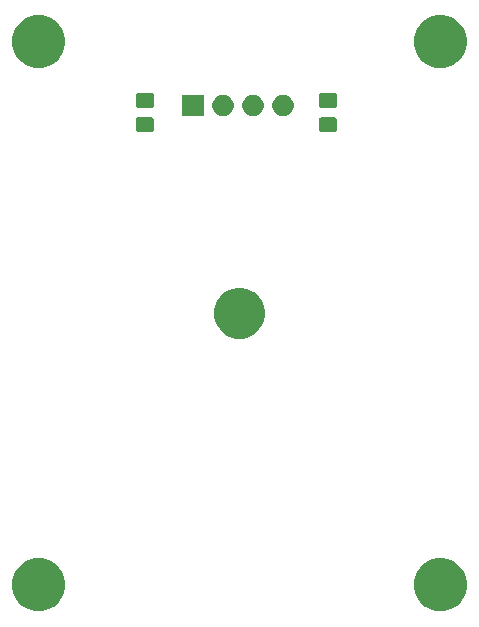
<source format=gbr>
G04 #@! TF.GenerationSoftware,KiCad,Pcbnew,(5.1.5)-3*
G04 #@! TF.CreationDate,2020-10-16T21:55:23+02:00*
G04 #@! TF.ProjectId,_Level,b54c6576-656c-42e6-9b69-6361645f7063,rev?*
G04 #@! TF.SameCoordinates,Original*
G04 #@! TF.FileFunction,Soldermask,Top*
G04 #@! TF.FilePolarity,Negative*
%FSLAX46Y46*%
G04 Gerber Fmt 4.6, Leading zero omitted, Abs format (unit mm)*
G04 Created by KiCad (PCBNEW (5.1.5)-3) date 2020-10-16 21:55:23*
%MOMM*%
%LPD*%
G04 APERTURE LIST*
%ADD10C,0.100000*%
G04 APERTURE END LIST*
D10*
G36*
X138275880Y-110759776D02*
G01*
X138656593Y-110835504D01*
X139066249Y-111005189D01*
X139434929Y-111251534D01*
X139748466Y-111565071D01*
X139994811Y-111933751D01*
X140164496Y-112343407D01*
X140251000Y-112778296D01*
X140251000Y-113221704D01*
X140164496Y-113656593D01*
X139994811Y-114066249D01*
X139748466Y-114434929D01*
X139434929Y-114748466D01*
X139066249Y-114994811D01*
X138656593Y-115164496D01*
X138275880Y-115240224D01*
X138221705Y-115251000D01*
X137778295Y-115251000D01*
X137724120Y-115240224D01*
X137343407Y-115164496D01*
X136933751Y-114994811D01*
X136565071Y-114748466D01*
X136251534Y-114434929D01*
X136005189Y-114066249D01*
X135835504Y-113656593D01*
X135749000Y-113221704D01*
X135749000Y-112778296D01*
X135835504Y-112343407D01*
X136005189Y-111933751D01*
X136251534Y-111565071D01*
X136565071Y-111251534D01*
X136933751Y-111005189D01*
X137343407Y-110835504D01*
X137724120Y-110759776D01*
X137778295Y-110749000D01*
X138221705Y-110749000D01*
X138275880Y-110759776D01*
G37*
G36*
X172275880Y-110759776D02*
G01*
X172656593Y-110835504D01*
X173066249Y-111005189D01*
X173434929Y-111251534D01*
X173748466Y-111565071D01*
X173994811Y-111933751D01*
X174164496Y-112343407D01*
X174251000Y-112778296D01*
X174251000Y-113221704D01*
X174164496Y-113656593D01*
X173994811Y-114066249D01*
X173748466Y-114434929D01*
X173434929Y-114748466D01*
X173066249Y-114994811D01*
X172656593Y-115164496D01*
X172275880Y-115240224D01*
X172221705Y-115251000D01*
X171778295Y-115251000D01*
X171724120Y-115240224D01*
X171343407Y-115164496D01*
X170933751Y-114994811D01*
X170565071Y-114748466D01*
X170251534Y-114434929D01*
X170005189Y-114066249D01*
X169835504Y-113656593D01*
X169749000Y-113221704D01*
X169749000Y-112778296D01*
X169835504Y-112343407D01*
X170005189Y-111933751D01*
X170251534Y-111565071D01*
X170565071Y-111251534D01*
X170933751Y-111005189D01*
X171343407Y-110835504D01*
X171724120Y-110759776D01*
X171778295Y-110749000D01*
X172221705Y-110749000D01*
X172275880Y-110759776D01*
G37*
G36*
X155627423Y-87931661D02*
G01*
X156018879Y-88093807D01*
X156018881Y-88093808D01*
X156371183Y-88329209D01*
X156670791Y-88628817D01*
X156906192Y-88981119D01*
X156906193Y-88981121D01*
X157068339Y-89372577D01*
X157151000Y-89788144D01*
X157151000Y-90211856D01*
X157068339Y-90627423D01*
X156906193Y-91018879D01*
X156906192Y-91018881D01*
X156670791Y-91371183D01*
X156371183Y-91670791D01*
X156018881Y-91906192D01*
X156018880Y-91906193D01*
X156018879Y-91906193D01*
X155627423Y-92068339D01*
X155211856Y-92151000D01*
X154788144Y-92151000D01*
X154372577Y-92068339D01*
X153981121Y-91906193D01*
X153981120Y-91906193D01*
X153981119Y-91906192D01*
X153628817Y-91670791D01*
X153329209Y-91371183D01*
X153093808Y-91018881D01*
X153093807Y-91018879D01*
X152931661Y-90627423D01*
X152849000Y-90211856D01*
X152849000Y-89788144D01*
X152931661Y-89372577D01*
X153093807Y-88981121D01*
X153093808Y-88981119D01*
X153329209Y-88628817D01*
X153628817Y-88329209D01*
X153981119Y-88093808D01*
X153981121Y-88093807D01*
X154372577Y-87931661D01*
X154788144Y-87849000D01*
X155211856Y-87849000D01*
X155627423Y-87931661D01*
G37*
G36*
X147588674Y-73403465D02*
G01*
X147626367Y-73414899D01*
X147661103Y-73433466D01*
X147691548Y-73458452D01*
X147716534Y-73488897D01*
X147735101Y-73523633D01*
X147746535Y-73561326D01*
X147751000Y-73606661D01*
X147751000Y-74443339D01*
X147746535Y-74488674D01*
X147735101Y-74526367D01*
X147716534Y-74561103D01*
X147691548Y-74591548D01*
X147661103Y-74616534D01*
X147626367Y-74635101D01*
X147588674Y-74646535D01*
X147543339Y-74651000D01*
X146456661Y-74651000D01*
X146411326Y-74646535D01*
X146373633Y-74635101D01*
X146338897Y-74616534D01*
X146308452Y-74591548D01*
X146283466Y-74561103D01*
X146264899Y-74526367D01*
X146253465Y-74488674D01*
X146249000Y-74443339D01*
X146249000Y-73606661D01*
X146253465Y-73561326D01*
X146264899Y-73523633D01*
X146283466Y-73488897D01*
X146308452Y-73458452D01*
X146338897Y-73433466D01*
X146373633Y-73414899D01*
X146411326Y-73403465D01*
X146456661Y-73399000D01*
X147543339Y-73399000D01*
X147588674Y-73403465D01*
G37*
G36*
X163088674Y-73403465D02*
G01*
X163126367Y-73414899D01*
X163161103Y-73433466D01*
X163191548Y-73458452D01*
X163216534Y-73488897D01*
X163235101Y-73523633D01*
X163246535Y-73561326D01*
X163251000Y-73606661D01*
X163251000Y-74443339D01*
X163246535Y-74488674D01*
X163235101Y-74526367D01*
X163216534Y-74561103D01*
X163191548Y-74591548D01*
X163161103Y-74616534D01*
X163126367Y-74635101D01*
X163088674Y-74646535D01*
X163043339Y-74651000D01*
X161956661Y-74651000D01*
X161911326Y-74646535D01*
X161873633Y-74635101D01*
X161838897Y-74616534D01*
X161808452Y-74591548D01*
X161783466Y-74561103D01*
X161764899Y-74526367D01*
X161753465Y-74488674D01*
X161749000Y-74443339D01*
X161749000Y-73606661D01*
X161753465Y-73561326D01*
X161764899Y-73523633D01*
X161783466Y-73488897D01*
X161808452Y-73458452D01*
X161838897Y-73433466D01*
X161873633Y-73414899D01*
X161911326Y-73403465D01*
X161956661Y-73399000D01*
X163043339Y-73399000D01*
X163088674Y-73403465D01*
G37*
G36*
X151971000Y-73311000D02*
G01*
X150169000Y-73311000D01*
X150169000Y-71509000D01*
X151971000Y-71509000D01*
X151971000Y-73311000D01*
G37*
G36*
X153710435Y-71511326D02*
G01*
X153872812Y-71543624D01*
X154036784Y-71611544D01*
X154184354Y-71710147D01*
X154309853Y-71835646D01*
X154408456Y-71983216D01*
X154476376Y-72147188D01*
X154511000Y-72321259D01*
X154511000Y-72498741D01*
X154476376Y-72672812D01*
X154408456Y-72836784D01*
X154309853Y-72984354D01*
X154184354Y-73109853D01*
X154036784Y-73208456D01*
X153872812Y-73276376D01*
X153723512Y-73306073D01*
X153698742Y-73311000D01*
X153521258Y-73311000D01*
X153496488Y-73306073D01*
X153347188Y-73276376D01*
X153183216Y-73208456D01*
X153035646Y-73109853D01*
X152910147Y-72984354D01*
X152811544Y-72836784D01*
X152743624Y-72672812D01*
X152709000Y-72498741D01*
X152709000Y-72321259D01*
X152743624Y-72147188D01*
X152811544Y-71983216D01*
X152910147Y-71835646D01*
X153035646Y-71710147D01*
X153183216Y-71611544D01*
X153347188Y-71543624D01*
X153509565Y-71511326D01*
X153521258Y-71509000D01*
X153698742Y-71509000D01*
X153710435Y-71511326D01*
G37*
G36*
X156250435Y-71511326D02*
G01*
X156412812Y-71543624D01*
X156576784Y-71611544D01*
X156724354Y-71710147D01*
X156849853Y-71835646D01*
X156948456Y-71983216D01*
X157016376Y-72147188D01*
X157051000Y-72321259D01*
X157051000Y-72498741D01*
X157016376Y-72672812D01*
X156948456Y-72836784D01*
X156849853Y-72984354D01*
X156724354Y-73109853D01*
X156576784Y-73208456D01*
X156412812Y-73276376D01*
X156263512Y-73306073D01*
X156238742Y-73311000D01*
X156061258Y-73311000D01*
X156036488Y-73306073D01*
X155887188Y-73276376D01*
X155723216Y-73208456D01*
X155575646Y-73109853D01*
X155450147Y-72984354D01*
X155351544Y-72836784D01*
X155283624Y-72672812D01*
X155249000Y-72498741D01*
X155249000Y-72321259D01*
X155283624Y-72147188D01*
X155351544Y-71983216D01*
X155450147Y-71835646D01*
X155575646Y-71710147D01*
X155723216Y-71611544D01*
X155887188Y-71543624D01*
X156049565Y-71511326D01*
X156061258Y-71509000D01*
X156238742Y-71509000D01*
X156250435Y-71511326D01*
G37*
G36*
X158790435Y-71511326D02*
G01*
X158952812Y-71543624D01*
X159116784Y-71611544D01*
X159264354Y-71710147D01*
X159389853Y-71835646D01*
X159488456Y-71983216D01*
X159556376Y-72147188D01*
X159591000Y-72321259D01*
X159591000Y-72498741D01*
X159556376Y-72672812D01*
X159488456Y-72836784D01*
X159389853Y-72984354D01*
X159264354Y-73109853D01*
X159116784Y-73208456D01*
X158952812Y-73276376D01*
X158803512Y-73306073D01*
X158778742Y-73311000D01*
X158601258Y-73311000D01*
X158576488Y-73306073D01*
X158427188Y-73276376D01*
X158263216Y-73208456D01*
X158115646Y-73109853D01*
X157990147Y-72984354D01*
X157891544Y-72836784D01*
X157823624Y-72672812D01*
X157789000Y-72498741D01*
X157789000Y-72321259D01*
X157823624Y-72147188D01*
X157891544Y-71983216D01*
X157990147Y-71835646D01*
X158115646Y-71710147D01*
X158263216Y-71611544D01*
X158427188Y-71543624D01*
X158589565Y-71511326D01*
X158601258Y-71509000D01*
X158778742Y-71509000D01*
X158790435Y-71511326D01*
G37*
G36*
X147588674Y-71353465D02*
G01*
X147626367Y-71364899D01*
X147661103Y-71383466D01*
X147691548Y-71408452D01*
X147716534Y-71438897D01*
X147735101Y-71473633D01*
X147746535Y-71511326D01*
X147751000Y-71556661D01*
X147751000Y-72393339D01*
X147746535Y-72438674D01*
X147735101Y-72476367D01*
X147716534Y-72511103D01*
X147691548Y-72541548D01*
X147661103Y-72566534D01*
X147626367Y-72585101D01*
X147588674Y-72596535D01*
X147543339Y-72601000D01*
X146456661Y-72601000D01*
X146411326Y-72596535D01*
X146373633Y-72585101D01*
X146338897Y-72566534D01*
X146308452Y-72541548D01*
X146283466Y-72511103D01*
X146264899Y-72476367D01*
X146253465Y-72438674D01*
X146249000Y-72393339D01*
X146249000Y-71556661D01*
X146253465Y-71511326D01*
X146264899Y-71473633D01*
X146283466Y-71438897D01*
X146308452Y-71408452D01*
X146338897Y-71383466D01*
X146373633Y-71364899D01*
X146411326Y-71353465D01*
X146456661Y-71349000D01*
X147543339Y-71349000D01*
X147588674Y-71353465D01*
G37*
G36*
X163088674Y-71353465D02*
G01*
X163126367Y-71364899D01*
X163161103Y-71383466D01*
X163191548Y-71408452D01*
X163216534Y-71438897D01*
X163235101Y-71473633D01*
X163246535Y-71511326D01*
X163251000Y-71556661D01*
X163251000Y-72393339D01*
X163246535Y-72438674D01*
X163235101Y-72476367D01*
X163216534Y-72511103D01*
X163191548Y-72541548D01*
X163161103Y-72566534D01*
X163126367Y-72585101D01*
X163088674Y-72596535D01*
X163043339Y-72601000D01*
X161956661Y-72601000D01*
X161911326Y-72596535D01*
X161873633Y-72585101D01*
X161838897Y-72566534D01*
X161808452Y-72541548D01*
X161783466Y-72511103D01*
X161764899Y-72476367D01*
X161753465Y-72438674D01*
X161749000Y-72393339D01*
X161749000Y-71556661D01*
X161753465Y-71511326D01*
X161764899Y-71473633D01*
X161783466Y-71438897D01*
X161808452Y-71408452D01*
X161838897Y-71383466D01*
X161873633Y-71364899D01*
X161911326Y-71353465D01*
X161956661Y-71349000D01*
X163043339Y-71349000D01*
X163088674Y-71353465D01*
G37*
G36*
X172275880Y-64759776D02*
G01*
X172656593Y-64835504D01*
X173066249Y-65005189D01*
X173434929Y-65251534D01*
X173748466Y-65565071D01*
X173994811Y-65933751D01*
X174164496Y-66343407D01*
X174251000Y-66778296D01*
X174251000Y-67221704D01*
X174164496Y-67656593D01*
X173994811Y-68066249D01*
X173748466Y-68434929D01*
X173434929Y-68748466D01*
X173066249Y-68994811D01*
X172656593Y-69164496D01*
X172275880Y-69240224D01*
X172221705Y-69251000D01*
X171778295Y-69251000D01*
X171724120Y-69240224D01*
X171343407Y-69164496D01*
X170933751Y-68994811D01*
X170565071Y-68748466D01*
X170251534Y-68434929D01*
X170005189Y-68066249D01*
X169835504Y-67656593D01*
X169749000Y-67221704D01*
X169749000Y-66778296D01*
X169835504Y-66343407D01*
X170005189Y-65933751D01*
X170251534Y-65565071D01*
X170565071Y-65251534D01*
X170933751Y-65005189D01*
X171343407Y-64835504D01*
X171724120Y-64759776D01*
X171778295Y-64749000D01*
X172221705Y-64749000D01*
X172275880Y-64759776D01*
G37*
G36*
X138275880Y-64759776D02*
G01*
X138656593Y-64835504D01*
X139066249Y-65005189D01*
X139434929Y-65251534D01*
X139748466Y-65565071D01*
X139994811Y-65933751D01*
X140164496Y-66343407D01*
X140251000Y-66778296D01*
X140251000Y-67221704D01*
X140164496Y-67656593D01*
X139994811Y-68066249D01*
X139748466Y-68434929D01*
X139434929Y-68748466D01*
X139066249Y-68994811D01*
X138656593Y-69164496D01*
X138275880Y-69240224D01*
X138221705Y-69251000D01*
X137778295Y-69251000D01*
X137724120Y-69240224D01*
X137343407Y-69164496D01*
X136933751Y-68994811D01*
X136565071Y-68748466D01*
X136251534Y-68434929D01*
X136005189Y-68066249D01*
X135835504Y-67656593D01*
X135749000Y-67221704D01*
X135749000Y-66778296D01*
X135835504Y-66343407D01*
X136005189Y-65933751D01*
X136251534Y-65565071D01*
X136565071Y-65251534D01*
X136933751Y-65005189D01*
X137343407Y-64835504D01*
X137724120Y-64759776D01*
X137778295Y-64749000D01*
X138221705Y-64749000D01*
X138275880Y-64759776D01*
G37*
M02*

</source>
